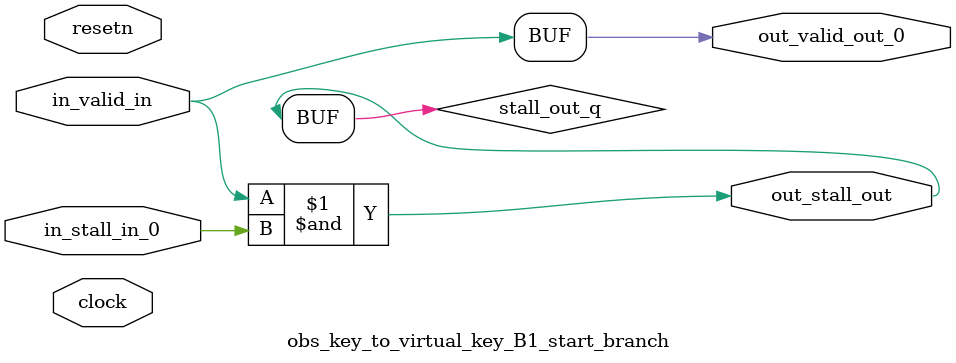
<source format=sv>



(* altera_attribute = "-name AUTO_SHIFT_REGISTER_RECOGNITION OFF; -name MESSAGE_DISABLE 10036; -name MESSAGE_DISABLE 10037; -name MESSAGE_DISABLE 14130; -name MESSAGE_DISABLE 14320; -name MESSAGE_DISABLE 15400; -name MESSAGE_DISABLE 14130; -name MESSAGE_DISABLE 10036; -name MESSAGE_DISABLE 12020; -name MESSAGE_DISABLE 12030; -name MESSAGE_DISABLE 12010; -name MESSAGE_DISABLE 12110; -name MESSAGE_DISABLE 14320; -name MESSAGE_DISABLE 13410; -name MESSAGE_DISABLE 113007; -name MESSAGE_DISABLE 10958" *)
module obs_key_to_virtual_key_B1_start_branch (
    input wire [0:0] in_stall_in_0,
    input wire [0:0] in_valid_in,
    output wire [0:0] out_stall_out,
    output wire [0:0] out_valid_out_0,
    input wire clock,
    input wire resetn
    );

    wire [0:0] stall_out_q;


    // stall_out(LOGICAL,6)
    assign stall_out_q = in_valid_in & in_stall_in_0;

    // out_stall_out(GPOUT,4)
    assign out_stall_out = stall_out_q;

    // out_valid_out_0(GPOUT,5)
    assign out_valid_out_0 = in_valid_in;

endmodule

</source>
